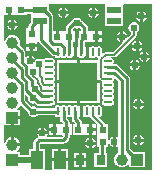
<source format=gtl>
%FSLAX25Y25*%
%MOIN*%
G70*
G01*
G75*
G04 Layer_Physical_Order=1*
G04 Layer_Color=255*
%ADD10R,0.12992X0.12992*%
%ADD11O,0.02756X0.00984*%
%ADD12O,0.00984X0.02756*%
%ADD13R,0.02953X0.03543*%
%ADD14R,0.02362X0.02362*%
%ADD15R,0.04134X0.05906*%
%ADD16R,0.02362X0.02362*%
%ADD17R,0.04724X0.02362*%
%ADD18C,0.00600*%
%ADD19C,0.01000*%
%ADD20C,0.00800*%
%ADD21C,0.02000*%
%ADD22R,0.01575X0.00192*%
%ADD23R,0.00353X0.00189*%
%ADD24C,0.03937*%
%ADD25R,0.03937X0.03937*%
%ADD26R,0.03937X0.03937*%
%ADD27C,0.02400*%
G36*
X813225Y387688D02*
X813246Y387530D01*
X813428Y387092D01*
X813716Y386716D01*
X814092Y386428D01*
X814530Y386246D01*
X815000Y386185D01*
X815470Y386246D01*
X815908Y386428D01*
X816284Y386716D01*
X816408Y386878D01*
X822075D01*
X822081Y386845D01*
X822323Y386484D01*
X822684Y386243D01*
X823110Y386158D01*
X823536Y386243D01*
X823604Y386288D01*
X823957Y386100D01*
Y385421D01*
X823957Y385421D01*
X824043Y384992D01*
X824286Y384628D01*
X824763Y384151D01*
X824610Y383781D01*
X824187D01*
D01*
D01*
X824187Y383781D01*
X823813D01*
Y383781D01*
X822532D01*
Y381999D01*
Y380219D01*
X823813D01*
Y380219D01*
X823813D01*
X823813Y380219D01*
X824187D01*
Y380219D01*
X824610D01*
X824720Y379954D01*
X824498Y379622D01*
X819663D01*
X819486Y379980D01*
X819572Y380092D01*
X819741Y380500D01*
X816259D01*
X816428Y380092D01*
X816472Y380035D01*
X816544Y379673D01*
X816515Y379499D01*
X816207Y379293D01*
X816207Y379293D01*
X815368Y378454D01*
X815125Y378091D01*
X815040Y377661D01*
X815040Y377661D01*
Y375553D01*
X813494D01*
Y373614D01*
X810569D01*
Y374569D01*
X809673D01*
X809544Y374947D01*
X809832Y375168D01*
X810244Y375705D01*
X810502Y376329D01*
X810525Y376500D01*
X807999D01*
Y376999D01*
X807500D01*
Y379525D01*
X807329Y379502D01*
X806705Y379244D01*
X806168Y378832D01*
X805756Y378295D01*
X805514Y377710D01*
X805122Y377788D01*
Y383432D01*
X805431D01*
Y383432D01*
X807500D01*
Y386001D01*
X807999D01*
Y386500D01*
X810569D01*
Y388568D01*
X809673D01*
X809544Y388947D01*
X809832Y389168D01*
X810244Y389705D01*
X810389Y390055D01*
X810781Y390133D01*
X813225Y387688D01*
D02*
G37*
G36*
X854464Y368621D02*
X826505D01*
Y371500D01*
X821172D01*
Y368621D01*
X818828D01*
Y375553D01*
X817283D01*
Y377197D01*
X817465Y377379D01*
X825000D01*
X825000Y377378D01*
X825429Y377464D01*
X825793Y377707D01*
X826762Y378675D01*
X826762Y378675D01*
X827005Y379039D01*
X827005Y379039D01*
X827005Y379039D01*
X827090Y379468D01*
X827090Y379469D01*
Y380219D01*
X827750D01*
Y383781D01*
X827090D01*
Y384531D01*
X827090Y384531D01*
X827005Y384961D01*
X826762Y385325D01*
X826200Y385886D01*
Y386100D01*
X826553Y386288D01*
X826621Y386243D01*
X827047Y386158D01*
X827473Y386243D01*
X827541Y386288D01*
X827894Y386100D01*
Y385484D01*
X827894Y385484D01*
X827980Y385055D01*
X828223Y384691D01*
X828763Y384151D01*
X828610Y383781D01*
X828250D01*
Y380219D01*
X831813D01*
Y380219D01*
X831813D01*
X831813Y380219D01*
X832187D01*
Y380219D01*
X833469D01*
Y381999D01*
Y383781D01*
X832187D01*
D01*
D01*
X832187Y383781D01*
X831813D01*
Y383781D01*
X831153D01*
Y384468D01*
X831153Y384469D01*
X831068Y384898D01*
X830825Y385262D01*
X830824Y385262D01*
X830137Y385949D01*
Y386100D01*
X830490Y386288D01*
X830484Y386292D01*
Y388157D01*
Y390023D01*
X830197Y389831D01*
X829803D01*
X829442Y390072D01*
X829016Y390157D01*
X828590Y390072D01*
X828228Y389831D01*
X827835D01*
X827473Y390072D01*
X827047Y390157D01*
X826621Y390072D01*
X826260Y389831D01*
X825866D01*
X825505Y390072D01*
X825079Y390157D01*
X824653Y390072D01*
X824291Y389831D01*
X823898D01*
X823536Y390072D01*
X823110Y390157D01*
X822684Y390072D01*
X822323Y389831D01*
X822081Y389469D01*
X822012Y389122D01*
X816408D01*
X816284Y389284D01*
X815908Y389572D01*
X815470Y389754D01*
X815000Y389815D01*
X814530Y389754D01*
X814390Y389696D01*
X812190Y391896D01*
Y393448D01*
X812560Y393602D01*
X813240Y392921D01*
X813185Y392500D01*
X813246Y392030D01*
X813428Y391592D01*
X813716Y391216D01*
X814092Y390928D01*
X814530Y390746D01*
X815000Y390685D01*
X815421Y390740D01*
X815844Y390317D01*
X815844Y390317D01*
X816208Y390074D01*
X816637Y389989D01*
X816637Y389989D01*
X820354D01*
X820395Y389997D01*
X821043D01*
X821469Y390082D01*
X821831Y390323D01*
X822072Y390684D01*
X822157Y391110D01*
X822072Y391536D01*
X821831Y391898D01*
Y392291D01*
X822072Y392653D01*
X822157Y393079D01*
X822072Y393505D01*
X821831Y393866D01*
Y394260D01*
X822072Y394621D01*
X822157Y395047D01*
X822072Y395473D01*
X821831Y395835D01*
Y396228D01*
X822072Y396590D01*
X822157Y397016D01*
X822072Y397442D01*
X821831Y397803D01*
Y398197D01*
X822072Y398558D01*
X822157Y398984D01*
X822072Y399410D01*
X821831Y399772D01*
Y400165D01*
X822072Y400527D01*
X822157Y400953D01*
X822072Y401379D01*
X821831Y401740D01*
Y402134D01*
X822072Y402495D01*
X822157Y402921D01*
X822072Y403347D01*
X821831Y403709D01*
Y404102D01*
X822072Y404464D01*
X822157Y404890D01*
X822072Y405316D01*
X821831Y405677D01*
X821469Y405919D01*
X821043Y406003D01*
X819272D01*
X818845Y405919D01*
X818484Y405677D01*
X818361Y405493D01*
X817966Y405427D01*
X817908Y405472D01*
X817470Y405654D01*
X817000Y405716D01*
X816530Y405654D01*
X816092Y405472D01*
X815753Y405469D01*
X815784Y405236D01*
X815716Y405184D01*
X815427Y404808D01*
X815300Y404499D01*
X813998D01*
Y404998D01*
X813499D01*
Y406740D01*
X813091Y406571D01*
X812715Y406283D01*
X812569Y406092D01*
X812190Y406221D01*
Y407931D01*
X812190Y407932D01*
X812105Y408361D01*
X811862Y408724D01*
X811862Y408725D01*
X810430Y410156D01*
X810502Y410329D01*
X810591Y411000D01*
X810502Y411670D01*
X810244Y412295D01*
X809832Y412832D01*
X809295Y413244D01*
X808671Y413502D01*
X808000Y413591D01*
X807329Y413502D01*
X806705Y413244D01*
X806168Y412832D01*
X805756Y412295D01*
X805514Y411710D01*
X805122Y411788D01*
Y420219D01*
X805122D01*
X805250D01*
X805404Y420219D01*
X805404Y420219D01*
Y420219D01*
X806532D01*
Y422001D01*
X807532D01*
Y420219D01*
X808813D01*
Y420219D01*
X808813D01*
X808813Y420219D01*
X809187D01*
Y420219D01*
X812750D01*
Y420650D01*
X814136D01*
Y419990D01*
Y417722D01*
X813707Y417293D01*
X813464Y416929D01*
X813378Y416500D01*
X813378Y416500D01*
Y415750D01*
X812719D01*
Y412187D01*
X812719Y412187D01*
X812719Y411813D01*
X812719D01*
Y410532D01*
X816281D01*
Y411204D01*
X816664Y411320D01*
X816805Y411108D01*
X821061Y406853D01*
X821061Y406853D01*
X821425Y406609D01*
X821425Y406609D01*
X821425Y406609D01*
D01*
X821425Y406609D01*
X821425Y406609D01*
X821854Y406524D01*
X821854Y406524D01*
X822086D01*
X822323Y406169D01*
X822684Y405928D01*
X823110Y405843D01*
X823536Y405928D01*
X823898Y406169D01*
X824291D01*
X824653Y405928D01*
X825079Y405843D01*
X825505Y405928D01*
X825866Y406169D01*
X826260D01*
X826621Y405928D01*
X827047Y405843D01*
X827473Y405928D01*
X827835Y406169D01*
X828228D01*
X828516Y405977D01*
Y407841D01*
Y409708D01*
X828521Y409712D01*
X828169Y409900D01*
Y411219D01*
X828750D01*
Y414781D01*
X828090D01*
Y415504D01*
X828548Y415962D01*
X828592Y415928D01*
X829030Y415746D01*
X829500Y415685D01*
X829970Y415746D01*
X830408Y415928D01*
X830452Y415962D01*
X830910Y415504D01*
Y414781D01*
X830250D01*
Y412805D01*
X830191Y412746D01*
X829948Y412382D01*
X829863Y411953D01*
X829863Y411953D01*
Y409900D01*
X829510Y409712D01*
X829516Y409708D01*
Y407841D01*
Y405977D01*
X829803Y406169D01*
X830197D01*
X830558Y405928D01*
X830984Y405843D01*
X831410Y405928D01*
X831772Y406169D01*
X832165D01*
X832453Y405977D01*
Y407841D01*
Y409708D01*
X832458Y409712D01*
X832106Y409900D01*
Y411219D01*
X833813D01*
Y411219D01*
X833813D01*
X833813Y411219D01*
X834187D01*
Y411219D01*
X835468D01*
Y412999D01*
Y414781D01*
X834187D01*
D01*
D01*
X834187Y414781D01*
X833813D01*
Y414781D01*
X833153D01*
Y415969D01*
X833153Y415969D01*
X833068Y416398D01*
X832825Y416762D01*
X832825Y416762D01*
X831293Y418293D01*
X831021Y418475D01*
X830784Y418784D01*
X830408Y419072D01*
X829970Y419254D01*
X829500Y419315D01*
X829030Y419254D01*
X828592Y419072D01*
X828216Y418784D01*
X827979Y418475D01*
X827707Y418293D01*
X827707Y418293D01*
X826175Y416762D01*
X825932Y416398D01*
X825847Y415969D01*
X825847Y415969D01*
Y414781D01*
X825187D01*
D01*
D01*
X825187Y414781D01*
X824813D01*
Y414781D01*
X823532D01*
Y412999D01*
X822532D01*
Y414781D01*
X821682D01*
Y419865D01*
X821682Y419865D01*
X821597Y420294D01*
X821354Y420658D01*
X821354Y420658D01*
X820061Y421951D01*
Y423553D01*
X820061D01*
Y423596D01*
X820343Y423878D01*
X838939D01*
Y423553D01*
X838939D01*
Y419990D01*
Y416447D01*
X844864D01*
Y419990D01*
Y423553D01*
X844864D01*
Y423596D01*
X845147Y423878D01*
X854464D01*
Y368621D01*
D02*
G37*
%LPC*%
G36*
X810569Y385500D02*
X808500D01*
Y383432D01*
X810569D01*
Y385500D01*
D02*
G37*
G36*
X851741Y390000D02*
X850500D01*
Y388759D01*
X850908Y388928D01*
X851284Y389216D01*
X851572Y389592D01*
X851741Y390000D01*
D02*
G37*
G36*
X849500D02*
X848259D01*
X848428Y389592D01*
X848716Y389216D01*
X849092Y388928D01*
X849500Y388759D01*
Y390000D01*
D02*
G37*
G36*
X818500Y382741D02*
Y381500D01*
X819741D01*
X819572Y381908D01*
X819284Y382284D01*
X818908Y382572D01*
X818500Y382741D01*
D02*
G37*
G36*
X817500D02*
X817092Y382572D01*
X816716Y382284D01*
X816428Y381908D01*
X816259Y381500D01*
X817500D01*
Y382741D01*
D02*
G37*
G36*
X835750Y383781D02*
X834468D01*
Y382500D01*
X835750D01*
Y383781D01*
D02*
G37*
G36*
X821531D02*
X820250D01*
Y382500D01*
X821531D01*
Y383781D01*
D02*
G37*
G36*
X848300Y403100D02*
X847059D01*
X847228Y402692D01*
X847516Y402316D01*
X847892Y402028D01*
X848300Y401859D01*
Y403100D01*
D02*
G37*
G36*
X829500Y405096D02*
X822904D01*
Y398500D01*
X829500D01*
Y405096D01*
D02*
G37*
G36*
X848300Y405341D02*
X847892Y405172D01*
X847516Y404884D01*
X847228Y404508D01*
X847059Y404100D01*
X848300D01*
Y405341D01*
D02*
G37*
G36*
X850541Y403100D02*
X849300D01*
Y401859D01*
X849708Y402028D01*
X850084Y402316D01*
X850372Y402692D01*
X850541Y403100D01*
D02*
G37*
G36*
X850500Y392241D02*
Y391000D01*
X851741D01*
X851572Y391408D01*
X851284Y391784D01*
X850908Y392072D01*
X850500Y392241D01*
D02*
G37*
G36*
X829500Y397500D02*
X822904D01*
Y390904D01*
X829500D01*
Y397500D01*
D02*
G37*
G36*
X836890Y390157D02*
X836464Y390072D01*
X836102Y389831D01*
X835709D01*
X835347Y390072D01*
X834921Y390157D01*
X834495Y390072D01*
X834134Y389831D01*
X833740D01*
X833379Y390072D01*
X832953Y390157D01*
X832527Y390072D01*
X832165Y389831D01*
X831772D01*
X831484Y390023D01*
Y388157D01*
Y386292D01*
X831772Y386484D01*
X832165D01*
X832527Y386243D01*
X832953Y386158D01*
X833379Y386243D01*
X833610Y386397D01*
X833979Y386243D01*
X834200Y385912D01*
X836332Y383781D01*
X836319Y383750D01*
X836319D01*
X836319Y383750D01*
Y380187D01*
X836319Y380187D01*
X836319Y379813D01*
X836319D01*
Y376250D01*
X836878D01*
Y374372D01*
X835369D01*
Y369628D01*
X839521D01*
Y374372D01*
X839122D01*
Y376250D01*
X839881D01*
Y377387D01*
X840273Y377465D01*
X840428Y377092D01*
X840716Y376716D01*
X841092Y376428D01*
X841500Y376259D01*
Y377999D01*
Y379741D01*
X841092Y379572D01*
X840716Y379284D01*
X840428Y378908D01*
X840273Y378535D01*
X839881Y378613D01*
Y379813D01*
D01*
Y379813D01*
X839881Y379813D01*
Y380187D01*
X839881D01*
Y383750D01*
X838981D01*
X838942Y383945D01*
X838721Y384276D01*
X836872Y386125D01*
X836890Y386158D01*
X837316Y386243D01*
X837677Y386484D01*
X837918Y386845D01*
X838003Y387272D01*
Y389043D01*
X837918Y389469D01*
X837677Y389831D01*
X837316Y390072D01*
X836890Y390157D01*
D02*
G37*
G36*
X849500Y392241D02*
X849092Y392072D01*
X848716Y391784D01*
X848428Y391408D01*
X848259Y391000D01*
X849500D01*
Y392241D01*
D02*
G37*
G36*
X837096Y397500D02*
X830500D01*
Y390904D01*
X837096D01*
Y397500D01*
D02*
G37*
G36*
X832631Y374372D02*
X831055D01*
Y372500D01*
X832631D01*
Y374372D01*
D02*
G37*
G36*
X830055D02*
X828479D01*
Y372500D01*
X830055D01*
Y374372D01*
D02*
G37*
G36*
X835741Y377000D02*
X834500D01*
Y375759D01*
X834908Y375928D01*
X835284Y376216D01*
X835572Y376592D01*
X835741Y377000D01*
D02*
G37*
G36*
X833500D02*
X832259D01*
X832428Y376592D01*
X832716Y376216D01*
X833092Y375928D01*
X833500Y375759D01*
Y377000D01*
D02*
G37*
G36*
X832631Y371500D02*
X831055D01*
Y369628D01*
X832631D01*
Y371500D01*
D02*
G37*
G36*
X830055D02*
X828479D01*
Y369628D01*
X830055D01*
Y371500D01*
D02*
G37*
G36*
X826505Y375553D02*
X824339D01*
Y372500D01*
X826505D01*
Y375553D01*
D02*
G37*
G36*
X823339D02*
X821172D01*
Y372500D01*
X823339D01*
Y375553D01*
D02*
G37*
G36*
X849500Y378000D02*
X848259D01*
X848428Y377592D01*
X848716Y377216D01*
X849092Y376928D01*
X849500Y376759D01*
Y378000D01*
D02*
G37*
G36*
X850500Y380241D02*
Y379000D01*
X851741D01*
X851572Y379408D01*
X851284Y379784D01*
X850908Y380072D01*
X850500Y380241D01*
D02*
G37*
G36*
X849500D02*
X849092Y380072D01*
X848716Y379784D01*
X848428Y379408D01*
X848259Y379000D01*
X849500D01*
Y380241D01*
D02*
G37*
G36*
X835750Y381500D02*
X834468D01*
Y380219D01*
X835750D01*
Y381500D01*
D02*
G37*
G36*
X821531D02*
X820250D01*
Y380219D01*
X821531D01*
Y381500D01*
D02*
G37*
G36*
X808500Y379525D02*
Y377500D01*
X810525D01*
X810502Y377671D01*
X810244Y378295D01*
X809832Y378832D01*
X809295Y379244D01*
X808671Y379502D01*
X808500Y379525D01*
D02*
G37*
G36*
X851741Y378000D02*
X850500D01*
Y376759D01*
X850908Y376928D01*
X851284Y377216D01*
X851572Y377592D01*
X851741Y378000D01*
D02*
G37*
G36*
X834500Y379241D02*
Y378000D01*
X835741D01*
X835572Y378408D01*
X835284Y378784D01*
X834908Y379072D01*
X834500Y379241D01*
D02*
G37*
G36*
X833500D02*
X833092Y379072D01*
X832716Y378784D01*
X832428Y378408D01*
X832259Y378000D01*
X833500D01*
Y379241D01*
D02*
G37*
G36*
X850500Y419300D02*
X849259D01*
X849428Y418892D01*
X849716Y418516D01*
X850092Y418228D01*
X850500Y418059D01*
Y419300D01*
D02*
G37*
G36*
X808500Y418741D02*
Y417500D01*
X809741D01*
X809572Y417908D01*
X809284Y418284D01*
X808908Y418572D01*
X808500Y418741D01*
D02*
G37*
G36*
X824500Y420500D02*
X823259D01*
X823428Y420092D01*
X823716Y419716D01*
X824092Y419428D01*
X824500Y419259D01*
Y420500D01*
D02*
G37*
G36*
X852741Y419300D02*
X851500D01*
Y418059D01*
X851908Y418228D01*
X852284Y418516D01*
X852572Y418892D01*
X852741Y419300D01*
D02*
G37*
G36*
X807500Y416500D02*
X806259D01*
X806428Y416092D01*
X806716Y415716D01*
X807092Y415428D01*
X807500Y415259D01*
Y416500D01*
D02*
G37*
G36*
X845000Y414741D02*
Y413500D01*
X846241D01*
X846072Y413908D01*
X845784Y414284D01*
X845408Y414572D01*
X845000Y414741D01*
D02*
G37*
G36*
X807500Y418741D02*
X807092Y418572D01*
X806716Y418284D01*
X806428Y417908D01*
X806259Y417500D01*
X807500D01*
Y418741D01*
D02*
G37*
G36*
X809741Y416500D02*
X808500D01*
Y415259D01*
X808908Y415428D01*
X809284Y415716D01*
X809572Y416092D01*
X809741Y416500D01*
D02*
G37*
G36*
X826741Y420500D02*
X825500D01*
Y419259D01*
X825908Y419428D01*
X826284Y419716D01*
X826572Y420092D01*
X826741Y420500D01*
D02*
G37*
G36*
X825500Y422741D02*
Y421500D01*
X826741D01*
X826572Y421908D01*
X826284Y422284D01*
X825908Y422572D01*
X825500Y422741D01*
D02*
G37*
G36*
X824500D02*
X824092Y422572D01*
X823716Y422284D01*
X823428Y421908D01*
X823259Y421500D01*
X824500D01*
Y422741D01*
D02*
G37*
G36*
X835500D02*
Y421500D01*
X836741D01*
X836572Y421908D01*
X836284Y422284D01*
X835908Y422572D01*
X835500Y422741D01*
D02*
G37*
G36*
X834500D02*
X834092Y422572D01*
X833716Y422284D01*
X833428Y421908D01*
X833259Y421500D01*
X834500D01*
Y422741D01*
D02*
G37*
G36*
X836741Y420500D02*
X835500D01*
Y419259D01*
X835908Y419428D01*
X836284Y419716D01*
X836572Y420092D01*
X836741Y420500D01*
D02*
G37*
G36*
X834500D02*
X833259D01*
X833428Y420092D01*
X833716Y419716D01*
X834092Y419428D01*
X834500Y419259D01*
Y420500D01*
D02*
G37*
G36*
X851500Y421541D02*
Y420300D01*
X852741D01*
X852572Y420708D01*
X852284Y421084D01*
X851908Y421372D01*
X851500Y421541D01*
D02*
G37*
G36*
X850500D02*
X850092Y421372D01*
X849716Y421084D01*
X849428Y420708D01*
X849259Y420300D01*
X850500D01*
Y421541D01*
D02*
G37*
G36*
X852500Y408141D02*
Y406900D01*
X853741D01*
X853572Y407308D01*
X853284Y407684D01*
X852908Y407972D01*
X852500Y408141D01*
D02*
G37*
G36*
X851500D02*
X851092Y407972D01*
X850716Y407684D01*
X850428Y407308D01*
X850259Y406900D01*
X851500D01*
Y408141D01*
D02*
G37*
G36*
X851341Y409400D02*
X850100D01*
Y408159D01*
X850508Y408328D01*
X850884Y408616D01*
X851172Y408992D01*
X851341Y409400D01*
D02*
G37*
G36*
X849100D02*
X847859D01*
X848028Y408992D01*
X848316Y408616D01*
X848692Y408328D01*
X849100Y408159D01*
Y409400D01*
D02*
G37*
G36*
X851500Y405900D02*
X850259D01*
X850428Y405492D01*
X850716Y405116D01*
X851092Y404828D01*
X851500Y404659D01*
Y405900D01*
D02*
G37*
G36*
X849300Y405341D02*
Y404100D01*
X850541D01*
X850372Y404508D01*
X850084Y404884D01*
X849708Y405172D01*
X849300Y405341D01*
D02*
G37*
G36*
X814499Y406740D02*
Y405499D01*
X815740D01*
X815571Y405907D01*
X815283Y406283D01*
X814907Y406571D01*
X814499Y406740D01*
D02*
G37*
G36*
X853741Y405900D02*
X852500D01*
Y404659D01*
X852908Y404828D01*
X853284Y405116D01*
X853572Y405492D01*
X853741Y405900D01*
D02*
G37*
G36*
X814000Y409531D02*
X812719D01*
Y408250D01*
X814000D01*
Y409531D01*
D02*
G37*
G36*
X848500Y417815D02*
X848030Y417754D01*
X847592Y417572D01*
X847216Y417284D01*
X846928Y416908D01*
X846746Y416470D01*
X846684Y416000D01*
X846746Y415530D01*
X846928Y415092D01*
X847216Y414716D01*
X847582Y414435D01*
Y413880D01*
X846680Y412978D01*
X846302Y413106D01*
X846316Y413000D01*
X846257Y412555D01*
X846202Y412500D01*
X845000D01*
Y411298D01*
X844945Y411243D01*
X844500Y411184D01*
X844394Y411198D01*
X844522Y410820D01*
X841620Y407918D01*
X839098D01*
X838747Y407848D01*
X838449Y407649D01*
X838373Y407572D01*
X838003Y407725D01*
Y408728D01*
X837918Y409155D01*
X837677Y409516D01*
X837316Y409757D01*
X836890Y409842D01*
X836464Y409757D01*
X836102Y409516D01*
X835709D01*
X835347Y409757D01*
X834921Y409842D01*
X834495Y409757D01*
X834134Y409516D01*
X833740D01*
X833453Y409708D01*
Y407841D01*
Y405977D01*
X833740Y406169D01*
X834134D01*
X834495Y405928D01*
X834921Y405843D01*
X835347Y405928D01*
X835709Y406169D01*
X836102D01*
X836464Y405928D01*
X836464D01*
X836717Y405818D01*
X836647Y405466D01*
Y405096D01*
X830500D01*
Y398500D01*
X837096D01*
Y398092D01*
X837449Y398281D01*
X837665Y398136D01*
X837954Y398079D01*
X838016Y397929D01*
X838016Y397573D01*
X837928Y397442D01*
X837843Y397016D01*
X837928Y396590D01*
X838169Y396228D01*
Y395835D01*
X837928Y395473D01*
X837843Y395047D01*
X837928Y394621D01*
X838169Y394260D01*
Y393866D01*
X837928Y393505D01*
X837843Y393079D01*
X837928Y392653D01*
X838169Y392291D01*
Y391898D01*
X837928Y391536D01*
X837843Y391110D01*
X837928Y390684D01*
X838169Y390323D01*
X838531Y390082D01*
X838957Y389997D01*
X840728D01*
X841154Y390082D01*
X841516Y390323D01*
X841757Y390684D01*
X841842Y391110D01*
X841757Y391536D01*
X841516Y391898D01*
Y392291D01*
X841757Y392653D01*
X841842Y393079D01*
X841757Y393505D01*
X841516Y393866D01*
Y394260D01*
X841757Y394621D01*
X841842Y395047D01*
X841757Y395473D01*
X841516Y395835D01*
Y396228D01*
X841757Y396590D01*
X841842Y397016D01*
X841757Y397442D01*
X841516Y397803D01*
Y398197D01*
X841757Y398558D01*
X841842Y398984D01*
X841830Y399042D01*
X842183Y399231D01*
X843378Y398035D01*
Y379663D01*
X843020Y379486D01*
X842908Y379572D01*
X842500Y379741D01*
Y377999D01*
Y376259D01*
X842908Y376428D01*
X843020Y376514D01*
X843378Y376337D01*
Y374316D01*
X843205Y374244D01*
X842668Y373832D01*
X842256Y373295D01*
X841998Y372671D01*
X841909Y372000D01*
X841998Y371329D01*
X842256Y370705D01*
X842668Y370168D01*
X843205Y369756D01*
X843830Y369498D01*
X844500Y369409D01*
X845170Y369498D01*
X845795Y369756D01*
X846332Y370168D01*
X846553Y370456D01*
X846931Y370327D01*
Y369431D01*
X852069D01*
Y374569D01*
X848518D01*
X847222Y375865D01*
Y399163D01*
X847222Y399163D01*
X847136Y399592D01*
X846893Y399956D01*
X843134Y403714D01*
X842771Y403957D01*
X842342Y404043D01*
X842341Y404043D01*
X841900D01*
X841712Y404396D01*
X841757Y404464D01*
X841842Y404890D01*
X841757Y405316D01*
X841516Y405677D01*
X841154Y405919D01*
X840728Y406003D01*
X840808Y406082D01*
X842000D01*
X842351Y406152D01*
X842649Y406351D01*
X849149Y412851D01*
X849348Y413149D01*
X849418Y413500D01*
X849418Y413500D01*
X849418Y413500D01*
Y413500D01*
Y414435D01*
X849784Y414716D01*
X850072Y415092D01*
X850254Y415530D01*
X850315Y416000D01*
X850254Y416470D01*
X850072Y416908D01*
X849784Y417284D01*
X849408Y417572D01*
X848970Y417754D01*
X848500Y417815D01*
D02*
G37*
G36*
X844000Y412500D02*
X842759D01*
X842928Y412092D01*
X843216Y411716D01*
X843592Y411428D01*
X844000Y411259D01*
Y412500D01*
D02*
G37*
G36*
Y414741D02*
X843592Y414572D01*
X843216Y414284D01*
X842928Y413908D01*
X842759Y413500D01*
X844000D01*
Y414741D01*
D02*
G37*
G36*
X837750Y414781D02*
X836469D01*
Y413500D01*
X837750D01*
Y414781D01*
D02*
G37*
G36*
X849100Y411641D02*
X848692Y411472D01*
X848316Y411184D01*
X848028Y410808D01*
X847859Y410400D01*
X849100D01*
Y411641D01*
D02*
G37*
G36*
X816281Y409531D02*
X815000D01*
Y408250D01*
X816281D01*
Y409531D01*
D02*
G37*
G36*
X837750Y412500D02*
X836469D01*
Y411219D01*
X837750D01*
Y412500D01*
D02*
G37*
G36*
X850100Y411641D02*
Y410400D01*
X851341D01*
X851172Y410808D01*
X850884Y411184D01*
X850508Y411472D01*
X850100Y411641D01*
D02*
G37*
%LPD*%
D10*
X830000Y398000D02*
D03*
D11*
X839843Y404890D02*
D03*
Y402921D02*
D03*
Y400953D02*
D03*
Y398984D02*
D03*
Y397016D02*
D03*
Y395047D02*
D03*
Y393079D02*
D03*
Y391110D02*
D03*
X820158D02*
D03*
Y393079D02*
D03*
Y395047D02*
D03*
Y397016D02*
D03*
Y398984D02*
D03*
Y400953D02*
D03*
Y402921D02*
D03*
Y404890D02*
D03*
D12*
X836890Y388158D02*
D03*
X834921D02*
D03*
X832953D02*
D03*
X830984D02*
D03*
X829016D02*
D03*
X827047D02*
D03*
X825079D02*
D03*
X823110D02*
D03*
Y407842D02*
D03*
X825079D02*
D03*
X827047D02*
D03*
X829016D02*
D03*
X830984D02*
D03*
X832953D02*
D03*
X834921D02*
D03*
X836890D02*
D03*
D13*
X830555Y372000D02*
D03*
X837445D02*
D03*
D14*
X814500Y413969D02*
D03*
Y410032D02*
D03*
X838100Y381968D02*
D03*
Y378031D02*
D03*
D15*
X816161Y372000D02*
D03*
X823839D02*
D03*
D16*
X810968Y422000D02*
D03*
X807032D02*
D03*
X823032Y413000D02*
D03*
X826968D02*
D03*
X822031Y382000D02*
D03*
X825968D02*
D03*
X835968Y413000D02*
D03*
X832032D02*
D03*
X833969Y382000D02*
D03*
X830031D02*
D03*
D17*
X817098Y418228D02*
D03*
X841902D02*
D03*
Y421772D02*
D03*
X817098D02*
D03*
D18*
X817600Y395380D02*
X817933Y395047D01*
X817600Y395380D02*
Y396370D01*
X817933Y395047D02*
X820354D01*
X816501Y397468D02*
X817600Y396370D01*
X816501Y397468D02*
Y398499D01*
X817750Y397917D02*
Y399250D01*
Y397917D02*
X818651Y397016D01*
X820354D01*
X815000Y400000D02*
X816501Y398499D01*
X817100Y399900D02*
X817750Y399250D01*
X815000Y400000D02*
Y401500D01*
X817000Y403900D02*
X817100Y403800D01*
Y399900D02*
Y403800D01*
X848500Y413500D02*
Y416000D01*
X842000Y407000D02*
X848500Y413500D01*
X839098Y407000D02*
X842000D01*
X837565Y405466D02*
X839098Y407000D01*
X838016Y398984D02*
X839843D01*
X837563Y399437D02*
X838016Y398984D01*
X837563Y399437D02*
Y399500D01*
X837565Y399502D01*
Y405466D01*
D19*
X815500Y395500D02*
X817921Y393079D01*
X814500Y396500D02*
X815500Y395500D01*
X817921Y393079D02*
X820158D01*
X814500Y388000D02*
X815000D01*
X811069Y391431D02*
X814500Y388000D01*
X816637Y391110D02*
X820354D01*
X812669Y395079D02*
X816637Y391110D01*
X811069Y391431D02*
Y397271D01*
X815000Y388000D02*
X822756D01*
X821854Y407646D02*
X823110D01*
X817598Y411902D02*
X821854Y407646D01*
X817598Y411902D02*
Y418228D01*
X811069Y404534D02*
X812669Y402934D01*
X811069Y404534D02*
Y407932D01*
X812669Y400331D02*
Y402934D01*
X808000Y405339D02*
X811069Y402271D01*
Y399669D02*
Y402271D01*
X808000Y411000D02*
X811069Y407932D01*
Y399669D02*
X812669Y398069D01*
X808000Y405339D02*
Y406000D01*
X825079Y407646D02*
Y409421D01*
X823781Y410719D02*
X825079Y409421D01*
X821395Y410719D02*
X823781D01*
X814500Y396500D02*
Y398500D01*
X812669Y400331D02*
X814500Y398500D01*
X812669Y395079D02*
Y398069D01*
X808000Y400340D02*
X811069Y397271D01*
X820561Y411553D02*
Y419865D01*
Y411553D02*
X821395Y410719D01*
X844500Y372000D02*
Y398500D01*
X842047Y400953D02*
X844500Y398500D01*
X846100Y375400D02*
Y399163D01*
X842342Y402921D02*
X846100Y399163D01*
X839646Y400953D02*
X842047D01*
X846100Y375400D02*
X849500Y372000D01*
X839646Y402921D02*
X842342D01*
X827047Y407842D02*
Y412921D01*
Y407646D02*
Y407842D01*
X832032Y413000D02*
Y415969D01*
X830500Y417500D02*
X832032Y415969D01*
X828500Y417500D02*
X830500D01*
X826968Y415969D02*
X828500Y417500D01*
X826968Y413000D02*
Y415969D01*
X818654Y421772D02*
X820561Y419865D01*
X808000Y410339D02*
Y411000D01*
X822756Y388000D02*
X823110Y388354D01*
X830984Y411953D02*
X832032Y413000D01*
X829016Y385484D02*
X830031Y384469D01*
Y382000D02*
Y384469D01*
X829016Y385484D02*
Y388354D01*
X810968Y422000D02*
X811197Y421772D01*
X817098D01*
X818654D01*
X820354Y397016D02*
X820370Y397000D01*
X826968Y413000D02*
X827047Y412921D01*
X830984Y407646D02*
Y411953D01*
X825079Y385421D02*
Y388354D01*
Y385421D02*
X825968Y384531D01*
Y382000D02*
Y384531D01*
X817000Y378500D02*
X825000D01*
X825968Y379468D01*
X816161Y377661D02*
X817000Y378500D01*
X816161Y372000D02*
Y377661D01*
X838000Y372555D02*
Y378031D01*
X825968Y379468D02*
Y382000D01*
X814500Y413969D02*
Y416500D01*
X816228Y418228D01*
X817098D01*
D20*
X838000Y381968D02*
Y383555D01*
X834921Y386633D02*
X838000Y383555D01*
X834921Y386633D02*
Y388354D01*
D21*
X808000Y372000D02*
X816161D01*
D22*
X830984Y389927D02*
D03*
X829016Y406073D02*
D03*
X832953D02*
D03*
D23*
X837272Y398186D02*
D03*
D24*
X808000Y411000D02*
D03*
Y406000D02*
D03*
Y401000D02*
D03*
Y396000D02*
D03*
Y391000D02*
D03*
Y377000D02*
D03*
X844500Y372000D02*
D03*
D25*
X808000Y386000D02*
D03*
Y372000D02*
D03*
D26*
X849500D02*
D03*
D27*
X813998Y404998D02*
D03*
X815000Y388000D02*
D03*
Y392500D02*
D03*
X815500Y395500D02*
D03*
X835000Y399000D02*
D03*
X817000Y403900D02*
D03*
X815000Y401400D02*
D03*
X844500Y413000D02*
D03*
X848800Y403600D02*
D03*
X848500Y416000D02*
D03*
X852000Y406400D02*
D03*
X849600Y409900D02*
D03*
X850000Y390500D02*
D03*
Y378500D02*
D03*
X833000Y395000D02*
D03*
X829500Y417500D02*
D03*
X851000Y419800D02*
D03*
X825000Y421000D02*
D03*
X835000D02*
D03*
X842000Y378000D02*
D03*
X834000Y377500D02*
D03*
X818000Y381000D02*
D03*
X808000Y417000D02*
D03*
M02*

</source>
